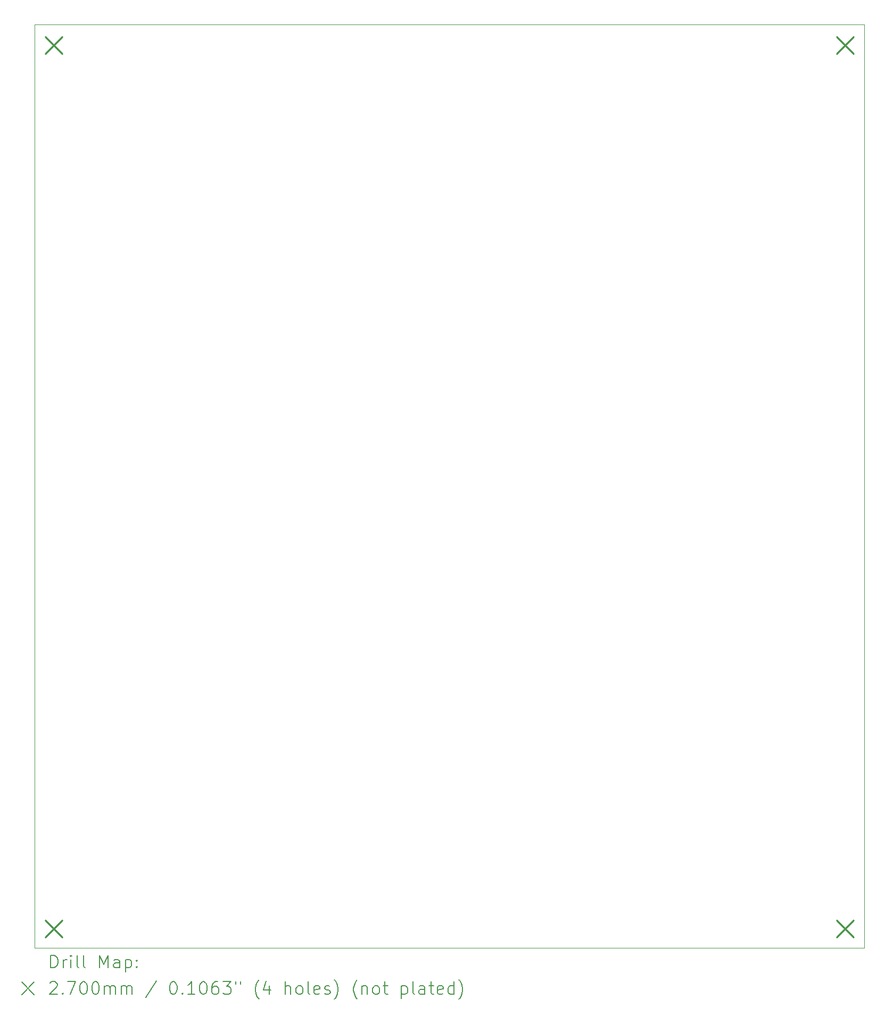
<source format=gbr>
%TF.GenerationSoftware,KiCad,Pcbnew,9.0.2*%
%TF.CreationDate,2025-06-02T11:58:07-04:00*%
%TF.ProjectId,Capstone_Interfacing_PCB,43617073-746f-46e6-955f-496e74657266,v0*%
%TF.SameCoordinates,Original*%
%TF.FileFunction,Drillmap*%
%TF.FilePolarity,Positive*%
%FSLAX45Y45*%
G04 Gerber Fmt 4.5, Leading zero omitted, Abs format (unit mm)*
G04 Created by KiCad (PCBNEW 9.0.2) date 2025-06-02 11:58:07*
%MOMM*%
%LPD*%
G01*
G04 APERTURE LIST*
%ADD10C,0.050000*%
%ADD11C,0.200000*%
%ADD12C,0.270000*%
G04 APERTURE END LIST*
D10*
X2800000Y-1304000D02*
X16000000Y-1304000D01*
X16000000Y-15994000D01*
X2800000Y-15994000D01*
X2800000Y-1304000D01*
D11*
D12*
X2970000Y-1495000D02*
X3240000Y-1765000D01*
X3240000Y-1495000D02*
X2970000Y-1765000D01*
X2970000Y-15550000D02*
X3240000Y-15820000D01*
X3240000Y-15550000D02*
X2970000Y-15820000D01*
X15560000Y-1495000D02*
X15830000Y-1765000D01*
X15830000Y-1495000D02*
X15560000Y-1765000D01*
X15560000Y-15550000D02*
X15830000Y-15820000D01*
X15830000Y-15550000D02*
X15560000Y-15820000D01*
D11*
X3058277Y-16307984D02*
X3058277Y-16107984D01*
X3058277Y-16107984D02*
X3105896Y-16107984D01*
X3105896Y-16107984D02*
X3134467Y-16117508D01*
X3134467Y-16117508D02*
X3153515Y-16136555D01*
X3153515Y-16136555D02*
X3163039Y-16155603D01*
X3163039Y-16155603D02*
X3172562Y-16193698D01*
X3172562Y-16193698D02*
X3172562Y-16222269D01*
X3172562Y-16222269D02*
X3163039Y-16260365D01*
X3163039Y-16260365D02*
X3153515Y-16279412D01*
X3153515Y-16279412D02*
X3134467Y-16298460D01*
X3134467Y-16298460D02*
X3105896Y-16307984D01*
X3105896Y-16307984D02*
X3058277Y-16307984D01*
X3258277Y-16307984D02*
X3258277Y-16174650D01*
X3258277Y-16212746D02*
X3267801Y-16193698D01*
X3267801Y-16193698D02*
X3277324Y-16184174D01*
X3277324Y-16184174D02*
X3296372Y-16174650D01*
X3296372Y-16174650D02*
X3315420Y-16174650D01*
X3382086Y-16307984D02*
X3382086Y-16174650D01*
X3382086Y-16107984D02*
X3372562Y-16117508D01*
X3372562Y-16117508D02*
X3382086Y-16127031D01*
X3382086Y-16127031D02*
X3391610Y-16117508D01*
X3391610Y-16117508D02*
X3382086Y-16107984D01*
X3382086Y-16107984D02*
X3382086Y-16127031D01*
X3505896Y-16307984D02*
X3486848Y-16298460D01*
X3486848Y-16298460D02*
X3477324Y-16279412D01*
X3477324Y-16279412D02*
X3477324Y-16107984D01*
X3610658Y-16307984D02*
X3591610Y-16298460D01*
X3591610Y-16298460D02*
X3582086Y-16279412D01*
X3582086Y-16279412D02*
X3582086Y-16107984D01*
X3839229Y-16307984D02*
X3839229Y-16107984D01*
X3839229Y-16107984D02*
X3905896Y-16250841D01*
X3905896Y-16250841D02*
X3972562Y-16107984D01*
X3972562Y-16107984D02*
X3972562Y-16307984D01*
X4153515Y-16307984D02*
X4153515Y-16203222D01*
X4153515Y-16203222D02*
X4143991Y-16184174D01*
X4143991Y-16184174D02*
X4124943Y-16174650D01*
X4124943Y-16174650D02*
X4086848Y-16174650D01*
X4086848Y-16174650D02*
X4067801Y-16184174D01*
X4153515Y-16298460D02*
X4134467Y-16307984D01*
X4134467Y-16307984D02*
X4086848Y-16307984D01*
X4086848Y-16307984D02*
X4067801Y-16298460D01*
X4067801Y-16298460D02*
X4058277Y-16279412D01*
X4058277Y-16279412D02*
X4058277Y-16260365D01*
X4058277Y-16260365D02*
X4067801Y-16241317D01*
X4067801Y-16241317D02*
X4086848Y-16231793D01*
X4086848Y-16231793D02*
X4134467Y-16231793D01*
X4134467Y-16231793D02*
X4153515Y-16222269D01*
X4248753Y-16174650D02*
X4248753Y-16374650D01*
X4248753Y-16184174D02*
X4267801Y-16174650D01*
X4267801Y-16174650D02*
X4305896Y-16174650D01*
X4305896Y-16174650D02*
X4324944Y-16184174D01*
X4324944Y-16184174D02*
X4334467Y-16193698D01*
X4334467Y-16193698D02*
X4343991Y-16212746D01*
X4343991Y-16212746D02*
X4343991Y-16269888D01*
X4343991Y-16269888D02*
X4334467Y-16288936D01*
X4334467Y-16288936D02*
X4324944Y-16298460D01*
X4324944Y-16298460D02*
X4305896Y-16307984D01*
X4305896Y-16307984D02*
X4267801Y-16307984D01*
X4267801Y-16307984D02*
X4248753Y-16298460D01*
X4429705Y-16288936D02*
X4439229Y-16298460D01*
X4439229Y-16298460D02*
X4429705Y-16307984D01*
X4429705Y-16307984D02*
X4420182Y-16298460D01*
X4420182Y-16298460D02*
X4429705Y-16288936D01*
X4429705Y-16288936D02*
X4429705Y-16307984D01*
X4429705Y-16184174D02*
X4439229Y-16193698D01*
X4439229Y-16193698D02*
X4429705Y-16203222D01*
X4429705Y-16203222D02*
X4420182Y-16193698D01*
X4420182Y-16193698D02*
X4429705Y-16184174D01*
X4429705Y-16184174D02*
X4429705Y-16203222D01*
X2597500Y-16536500D02*
X2797500Y-16736500D01*
X2797500Y-16536500D02*
X2597500Y-16736500D01*
X3048753Y-16547031D02*
X3058277Y-16537508D01*
X3058277Y-16537508D02*
X3077324Y-16527984D01*
X3077324Y-16527984D02*
X3124943Y-16527984D01*
X3124943Y-16527984D02*
X3143991Y-16537508D01*
X3143991Y-16537508D02*
X3153515Y-16547031D01*
X3153515Y-16547031D02*
X3163039Y-16566079D01*
X3163039Y-16566079D02*
X3163039Y-16585127D01*
X3163039Y-16585127D02*
X3153515Y-16613698D01*
X3153515Y-16613698D02*
X3039229Y-16727984D01*
X3039229Y-16727984D02*
X3163039Y-16727984D01*
X3248753Y-16708936D02*
X3258277Y-16718460D01*
X3258277Y-16718460D02*
X3248753Y-16727984D01*
X3248753Y-16727984D02*
X3239229Y-16718460D01*
X3239229Y-16718460D02*
X3248753Y-16708936D01*
X3248753Y-16708936D02*
X3248753Y-16727984D01*
X3324943Y-16527984D02*
X3458277Y-16527984D01*
X3458277Y-16527984D02*
X3372562Y-16727984D01*
X3572562Y-16527984D02*
X3591610Y-16527984D01*
X3591610Y-16527984D02*
X3610658Y-16537508D01*
X3610658Y-16537508D02*
X3620182Y-16547031D01*
X3620182Y-16547031D02*
X3629705Y-16566079D01*
X3629705Y-16566079D02*
X3639229Y-16604174D01*
X3639229Y-16604174D02*
X3639229Y-16651793D01*
X3639229Y-16651793D02*
X3629705Y-16689888D01*
X3629705Y-16689888D02*
X3620182Y-16708936D01*
X3620182Y-16708936D02*
X3610658Y-16718460D01*
X3610658Y-16718460D02*
X3591610Y-16727984D01*
X3591610Y-16727984D02*
X3572562Y-16727984D01*
X3572562Y-16727984D02*
X3553515Y-16718460D01*
X3553515Y-16718460D02*
X3543991Y-16708936D01*
X3543991Y-16708936D02*
X3534467Y-16689888D01*
X3534467Y-16689888D02*
X3524943Y-16651793D01*
X3524943Y-16651793D02*
X3524943Y-16604174D01*
X3524943Y-16604174D02*
X3534467Y-16566079D01*
X3534467Y-16566079D02*
X3543991Y-16547031D01*
X3543991Y-16547031D02*
X3553515Y-16537508D01*
X3553515Y-16537508D02*
X3572562Y-16527984D01*
X3763039Y-16527984D02*
X3782086Y-16527984D01*
X3782086Y-16527984D02*
X3801134Y-16537508D01*
X3801134Y-16537508D02*
X3810658Y-16547031D01*
X3810658Y-16547031D02*
X3820182Y-16566079D01*
X3820182Y-16566079D02*
X3829705Y-16604174D01*
X3829705Y-16604174D02*
X3829705Y-16651793D01*
X3829705Y-16651793D02*
X3820182Y-16689888D01*
X3820182Y-16689888D02*
X3810658Y-16708936D01*
X3810658Y-16708936D02*
X3801134Y-16718460D01*
X3801134Y-16718460D02*
X3782086Y-16727984D01*
X3782086Y-16727984D02*
X3763039Y-16727984D01*
X3763039Y-16727984D02*
X3743991Y-16718460D01*
X3743991Y-16718460D02*
X3734467Y-16708936D01*
X3734467Y-16708936D02*
X3724943Y-16689888D01*
X3724943Y-16689888D02*
X3715420Y-16651793D01*
X3715420Y-16651793D02*
X3715420Y-16604174D01*
X3715420Y-16604174D02*
X3724943Y-16566079D01*
X3724943Y-16566079D02*
X3734467Y-16547031D01*
X3734467Y-16547031D02*
X3743991Y-16537508D01*
X3743991Y-16537508D02*
X3763039Y-16527984D01*
X3915420Y-16727984D02*
X3915420Y-16594650D01*
X3915420Y-16613698D02*
X3924943Y-16604174D01*
X3924943Y-16604174D02*
X3943991Y-16594650D01*
X3943991Y-16594650D02*
X3972563Y-16594650D01*
X3972563Y-16594650D02*
X3991610Y-16604174D01*
X3991610Y-16604174D02*
X4001134Y-16623222D01*
X4001134Y-16623222D02*
X4001134Y-16727984D01*
X4001134Y-16623222D02*
X4010658Y-16604174D01*
X4010658Y-16604174D02*
X4029705Y-16594650D01*
X4029705Y-16594650D02*
X4058277Y-16594650D01*
X4058277Y-16594650D02*
X4077324Y-16604174D01*
X4077324Y-16604174D02*
X4086848Y-16623222D01*
X4086848Y-16623222D02*
X4086848Y-16727984D01*
X4182086Y-16727984D02*
X4182086Y-16594650D01*
X4182086Y-16613698D02*
X4191610Y-16604174D01*
X4191610Y-16604174D02*
X4210658Y-16594650D01*
X4210658Y-16594650D02*
X4239229Y-16594650D01*
X4239229Y-16594650D02*
X4258277Y-16604174D01*
X4258277Y-16604174D02*
X4267801Y-16623222D01*
X4267801Y-16623222D02*
X4267801Y-16727984D01*
X4267801Y-16623222D02*
X4277325Y-16604174D01*
X4277325Y-16604174D02*
X4296372Y-16594650D01*
X4296372Y-16594650D02*
X4324944Y-16594650D01*
X4324944Y-16594650D02*
X4343991Y-16604174D01*
X4343991Y-16604174D02*
X4353515Y-16623222D01*
X4353515Y-16623222D02*
X4353515Y-16727984D01*
X4743991Y-16518460D02*
X4572563Y-16775603D01*
X5001134Y-16527984D02*
X5020182Y-16527984D01*
X5020182Y-16527984D02*
X5039229Y-16537508D01*
X5039229Y-16537508D02*
X5048753Y-16547031D01*
X5048753Y-16547031D02*
X5058277Y-16566079D01*
X5058277Y-16566079D02*
X5067801Y-16604174D01*
X5067801Y-16604174D02*
X5067801Y-16651793D01*
X5067801Y-16651793D02*
X5058277Y-16689888D01*
X5058277Y-16689888D02*
X5048753Y-16708936D01*
X5048753Y-16708936D02*
X5039229Y-16718460D01*
X5039229Y-16718460D02*
X5020182Y-16727984D01*
X5020182Y-16727984D02*
X5001134Y-16727984D01*
X5001134Y-16727984D02*
X4982087Y-16718460D01*
X4982087Y-16718460D02*
X4972563Y-16708936D01*
X4972563Y-16708936D02*
X4963039Y-16689888D01*
X4963039Y-16689888D02*
X4953515Y-16651793D01*
X4953515Y-16651793D02*
X4953515Y-16604174D01*
X4953515Y-16604174D02*
X4963039Y-16566079D01*
X4963039Y-16566079D02*
X4972563Y-16547031D01*
X4972563Y-16547031D02*
X4982087Y-16537508D01*
X4982087Y-16537508D02*
X5001134Y-16527984D01*
X5153515Y-16708936D02*
X5163039Y-16718460D01*
X5163039Y-16718460D02*
X5153515Y-16727984D01*
X5153515Y-16727984D02*
X5143991Y-16718460D01*
X5143991Y-16718460D02*
X5153515Y-16708936D01*
X5153515Y-16708936D02*
X5153515Y-16727984D01*
X5353515Y-16727984D02*
X5239229Y-16727984D01*
X5296372Y-16727984D02*
X5296372Y-16527984D01*
X5296372Y-16527984D02*
X5277325Y-16556555D01*
X5277325Y-16556555D02*
X5258277Y-16575603D01*
X5258277Y-16575603D02*
X5239229Y-16585127D01*
X5477325Y-16527984D02*
X5496372Y-16527984D01*
X5496372Y-16527984D02*
X5515420Y-16537508D01*
X5515420Y-16537508D02*
X5524944Y-16547031D01*
X5524944Y-16547031D02*
X5534468Y-16566079D01*
X5534468Y-16566079D02*
X5543991Y-16604174D01*
X5543991Y-16604174D02*
X5543991Y-16651793D01*
X5543991Y-16651793D02*
X5534468Y-16689888D01*
X5534468Y-16689888D02*
X5524944Y-16708936D01*
X5524944Y-16708936D02*
X5515420Y-16718460D01*
X5515420Y-16718460D02*
X5496372Y-16727984D01*
X5496372Y-16727984D02*
X5477325Y-16727984D01*
X5477325Y-16727984D02*
X5458277Y-16718460D01*
X5458277Y-16718460D02*
X5448753Y-16708936D01*
X5448753Y-16708936D02*
X5439229Y-16689888D01*
X5439229Y-16689888D02*
X5429706Y-16651793D01*
X5429706Y-16651793D02*
X5429706Y-16604174D01*
X5429706Y-16604174D02*
X5439229Y-16566079D01*
X5439229Y-16566079D02*
X5448753Y-16547031D01*
X5448753Y-16547031D02*
X5458277Y-16537508D01*
X5458277Y-16537508D02*
X5477325Y-16527984D01*
X5715420Y-16527984D02*
X5677325Y-16527984D01*
X5677325Y-16527984D02*
X5658277Y-16537508D01*
X5658277Y-16537508D02*
X5648753Y-16547031D01*
X5648753Y-16547031D02*
X5629706Y-16575603D01*
X5629706Y-16575603D02*
X5620182Y-16613698D01*
X5620182Y-16613698D02*
X5620182Y-16689888D01*
X5620182Y-16689888D02*
X5629706Y-16708936D01*
X5629706Y-16708936D02*
X5639229Y-16718460D01*
X5639229Y-16718460D02*
X5658277Y-16727984D01*
X5658277Y-16727984D02*
X5696372Y-16727984D01*
X5696372Y-16727984D02*
X5715420Y-16718460D01*
X5715420Y-16718460D02*
X5724944Y-16708936D01*
X5724944Y-16708936D02*
X5734467Y-16689888D01*
X5734467Y-16689888D02*
X5734467Y-16642269D01*
X5734467Y-16642269D02*
X5724944Y-16623222D01*
X5724944Y-16623222D02*
X5715420Y-16613698D01*
X5715420Y-16613698D02*
X5696372Y-16604174D01*
X5696372Y-16604174D02*
X5658277Y-16604174D01*
X5658277Y-16604174D02*
X5639229Y-16613698D01*
X5639229Y-16613698D02*
X5629706Y-16623222D01*
X5629706Y-16623222D02*
X5620182Y-16642269D01*
X5801134Y-16527984D02*
X5924944Y-16527984D01*
X5924944Y-16527984D02*
X5858277Y-16604174D01*
X5858277Y-16604174D02*
X5886848Y-16604174D01*
X5886848Y-16604174D02*
X5905896Y-16613698D01*
X5905896Y-16613698D02*
X5915420Y-16623222D01*
X5915420Y-16623222D02*
X5924944Y-16642269D01*
X5924944Y-16642269D02*
X5924944Y-16689888D01*
X5924944Y-16689888D02*
X5915420Y-16708936D01*
X5915420Y-16708936D02*
X5905896Y-16718460D01*
X5905896Y-16718460D02*
X5886848Y-16727984D01*
X5886848Y-16727984D02*
X5829706Y-16727984D01*
X5829706Y-16727984D02*
X5810658Y-16718460D01*
X5810658Y-16718460D02*
X5801134Y-16708936D01*
X6001134Y-16527984D02*
X6001134Y-16566079D01*
X6077325Y-16527984D02*
X6077325Y-16566079D01*
X6372563Y-16804174D02*
X6363039Y-16794650D01*
X6363039Y-16794650D02*
X6343991Y-16766079D01*
X6343991Y-16766079D02*
X6334468Y-16747031D01*
X6334468Y-16747031D02*
X6324944Y-16718460D01*
X6324944Y-16718460D02*
X6315420Y-16670841D01*
X6315420Y-16670841D02*
X6315420Y-16632746D01*
X6315420Y-16632746D02*
X6324944Y-16585127D01*
X6324944Y-16585127D02*
X6334468Y-16556555D01*
X6334468Y-16556555D02*
X6343991Y-16537508D01*
X6343991Y-16537508D02*
X6363039Y-16508936D01*
X6363039Y-16508936D02*
X6372563Y-16499412D01*
X6534468Y-16594650D02*
X6534468Y-16727984D01*
X6486848Y-16518460D02*
X6439229Y-16661317D01*
X6439229Y-16661317D02*
X6563039Y-16661317D01*
X6791610Y-16727984D02*
X6791610Y-16527984D01*
X6877325Y-16727984D02*
X6877325Y-16623222D01*
X6877325Y-16623222D02*
X6867801Y-16604174D01*
X6867801Y-16604174D02*
X6848753Y-16594650D01*
X6848753Y-16594650D02*
X6820182Y-16594650D01*
X6820182Y-16594650D02*
X6801134Y-16604174D01*
X6801134Y-16604174D02*
X6791610Y-16613698D01*
X7001134Y-16727984D02*
X6982087Y-16718460D01*
X6982087Y-16718460D02*
X6972563Y-16708936D01*
X6972563Y-16708936D02*
X6963039Y-16689888D01*
X6963039Y-16689888D02*
X6963039Y-16632746D01*
X6963039Y-16632746D02*
X6972563Y-16613698D01*
X6972563Y-16613698D02*
X6982087Y-16604174D01*
X6982087Y-16604174D02*
X7001134Y-16594650D01*
X7001134Y-16594650D02*
X7029706Y-16594650D01*
X7029706Y-16594650D02*
X7048753Y-16604174D01*
X7048753Y-16604174D02*
X7058277Y-16613698D01*
X7058277Y-16613698D02*
X7067801Y-16632746D01*
X7067801Y-16632746D02*
X7067801Y-16689888D01*
X7067801Y-16689888D02*
X7058277Y-16708936D01*
X7058277Y-16708936D02*
X7048753Y-16718460D01*
X7048753Y-16718460D02*
X7029706Y-16727984D01*
X7029706Y-16727984D02*
X7001134Y-16727984D01*
X7182087Y-16727984D02*
X7163039Y-16718460D01*
X7163039Y-16718460D02*
X7153515Y-16699412D01*
X7153515Y-16699412D02*
X7153515Y-16527984D01*
X7334468Y-16718460D02*
X7315420Y-16727984D01*
X7315420Y-16727984D02*
X7277325Y-16727984D01*
X7277325Y-16727984D02*
X7258277Y-16718460D01*
X7258277Y-16718460D02*
X7248753Y-16699412D01*
X7248753Y-16699412D02*
X7248753Y-16623222D01*
X7248753Y-16623222D02*
X7258277Y-16604174D01*
X7258277Y-16604174D02*
X7277325Y-16594650D01*
X7277325Y-16594650D02*
X7315420Y-16594650D01*
X7315420Y-16594650D02*
X7334468Y-16604174D01*
X7334468Y-16604174D02*
X7343991Y-16623222D01*
X7343991Y-16623222D02*
X7343991Y-16642269D01*
X7343991Y-16642269D02*
X7248753Y-16661317D01*
X7420182Y-16718460D02*
X7439230Y-16727984D01*
X7439230Y-16727984D02*
X7477325Y-16727984D01*
X7477325Y-16727984D02*
X7496372Y-16718460D01*
X7496372Y-16718460D02*
X7505896Y-16699412D01*
X7505896Y-16699412D02*
X7505896Y-16689888D01*
X7505896Y-16689888D02*
X7496372Y-16670841D01*
X7496372Y-16670841D02*
X7477325Y-16661317D01*
X7477325Y-16661317D02*
X7448753Y-16661317D01*
X7448753Y-16661317D02*
X7429706Y-16651793D01*
X7429706Y-16651793D02*
X7420182Y-16632746D01*
X7420182Y-16632746D02*
X7420182Y-16623222D01*
X7420182Y-16623222D02*
X7429706Y-16604174D01*
X7429706Y-16604174D02*
X7448753Y-16594650D01*
X7448753Y-16594650D02*
X7477325Y-16594650D01*
X7477325Y-16594650D02*
X7496372Y-16604174D01*
X7572563Y-16804174D02*
X7582087Y-16794650D01*
X7582087Y-16794650D02*
X7601134Y-16766079D01*
X7601134Y-16766079D02*
X7610658Y-16747031D01*
X7610658Y-16747031D02*
X7620182Y-16718460D01*
X7620182Y-16718460D02*
X7629706Y-16670841D01*
X7629706Y-16670841D02*
X7629706Y-16632746D01*
X7629706Y-16632746D02*
X7620182Y-16585127D01*
X7620182Y-16585127D02*
X7610658Y-16556555D01*
X7610658Y-16556555D02*
X7601134Y-16537508D01*
X7601134Y-16537508D02*
X7582087Y-16508936D01*
X7582087Y-16508936D02*
X7572563Y-16499412D01*
X7934468Y-16804174D02*
X7924944Y-16794650D01*
X7924944Y-16794650D02*
X7905896Y-16766079D01*
X7905896Y-16766079D02*
X7896372Y-16747031D01*
X7896372Y-16747031D02*
X7886849Y-16718460D01*
X7886849Y-16718460D02*
X7877325Y-16670841D01*
X7877325Y-16670841D02*
X7877325Y-16632746D01*
X7877325Y-16632746D02*
X7886849Y-16585127D01*
X7886849Y-16585127D02*
X7896372Y-16556555D01*
X7896372Y-16556555D02*
X7905896Y-16537508D01*
X7905896Y-16537508D02*
X7924944Y-16508936D01*
X7924944Y-16508936D02*
X7934468Y-16499412D01*
X8010658Y-16594650D02*
X8010658Y-16727984D01*
X8010658Y-16613698D02*
X8020182Y-16604174D01*
X8020182Y-16604174D02*
X8039230Y-16594650D01*
X8039230Y-16594650D02*
X8067801Y-16594650D01*
X8067801Y-16594650D02*
X8086849Y-16604174D01*
X8086849Y-16604174D02*
X8096372Y-16623222D01*
X8096372Y-16623222D02*
X8096372Y-16727984D01*
X8220182Y-16727984D02*
X8201134Y-16718460D01*
X8201134Y-16718460D02*
X8191611Y-16708936D01*
X8191611Y-16708936D02*
X8182087Y-16689888D01*
X8182087Y-16689888D02*
X8182087Y-16632746D01*
X8182087Y-16632746D02*
X8191611Y-16613698D01*
X8191611Y-16613698D02*
X8201134Y-16604174D01*
X8201134Y-16604174D02*
X8220182Y-16594650D01*
X8220182Y-16594650D02*
X8248753Y-16594650D01*
X8248753Y-16594650D02*
X8267801Y-16604174D01*
X8267801Y-16604174D02*
X8277325Y-16613698D01*
X8277325Y-16613698D02*
X8286849Y-16632746D01*
X8286849Y-16632746D02*
X8286849Y-16689888D01*
X8286849Y-16689888D02*
X8277325Y-16708936D01*
X8277325Y-16708936D02*
X8267801Y-16718460D01*
X8267801Y-16718460D02*
X8248753Y-16727984D01*
X8248753Y-16727984D02*
X8220182Y-16727984D01*
X8343992Y-16594650D02*
X8420182Y-16594650D01*
X8372563Y-16527984D02*
X8372563Y-16699412D01*
X8372563Y-16699412D02*
X8382087Y-16718460D01*
X8382087Y-16718460D02*
X8401134Y-16727984D01*
X8401134Y-16727984D02*
X8420182Y-16727984D01*
X8639230Y-16594650D02*
X8639230Y-16794650D01*
X8639230Y-16604174D02*
X8658277Y-16594650D01*
X8658277Y-16594650D02*
X8696373Y-16594650D01*
X8696373Y-16594650D02*
X8715420Y-16604174D01*
X8715420Y-16604174D02*
X8724944Y-16613698D01*
X8724944Y-16613698D02*
X8734468Y-16632746D01*
X8734468Y-16632746D02*
X8734468Y-16689888D01*
X8734468Y-16689888D02*
X8724944Y-16708936D01*
X8724944Y-16708936D02*
X8715420Y-16718460D01*
X8715420Y-16718460D02*
X8696373Y-16727984D01*
X8696373Y-16727984D02*
X8658277Y-16727984D01*
X8658277Y-16727984D02*
X8639230Y-16718460D01*
X8848754Y-16727984D02*
X8829706Y-16718460D01*
X8829706Y-16718460D02*
X8820182Y-16699412D01*
X8820182Y-16699412D02*
X8820182Y-16527984D01*
X9010658Y-16727984D02*
X9010658Y-16623222D01*
X9010658Y-16623222D02*
X9001135Y-16604174D01*
X9001135Y-16604174D02*
X8982087Y-16594650D01*
X8982087Y-16594650D02*
X8943992Y-16594650D01*
X8943992Y-16594650D02*
X8924944Y-16604174D01*
X9010658Y-16718460D02*
X8991611Y-16727984D01*
X8991611Y-16727984D02*
X8943992Y-16727984D01*
X8943992Y-16727984D02*
X8924944Y-16718460D01*
X8924944Y-16718460D02*
X8915420Y-16699412D01*
X8915420Y-16699412D02*
X8915420Y-16680365D01*
X8915420Y-16680365D02*
X8924944Y-16661317D01*
X8924944Y-16661317D02*
X8943992Y-16651793D01*
X8943992Y-16651793D02*
X8991611Y-16651793D01*
X8991611Y-16651793D02*
X9010658Y-16642269D01*
X9077325Y-16594650D02*
X9153515Y-16594650D01*
X9105896Y-16527984D02*
X9105896Y-16699412D01*
X9105896Y-16699412D02*
X9115420Y-16718460D01*
X9115420Y-16718460D02*
X9134468Y-16727984D01*
X9134468Y-16727984D02*
X9153515Y-16727984D01*
X9296373Y-16718460D02*
X9277325Y-16727984D01*
X9277325Y-16727984D02*
X9239230Y-16727984D01*
X9239230Y-16727984D02*
X9220182Y-16718460D01*
X9220182Y-16718460D02*
X9210658Y-16699412D01*
X9210658Y-16699412D02*
X9210658Y-16623222D01*
X9210658Y-16623222D02*
X9220182Y-16604174D01*
X9220182Y-16604174D02*
X9239230Y-16594650D01*
X9239230Y-16594650D02*
X9277325Y-16594650D01*
X9277325Y-16594650D02*
X9296373Y-16604174D01*
X9296373Y-16604174D02*
X9305896Y-16623222D01*
X9305896Y-16623222D02*
X9305896Y-16642269D01*
X9305896Y-16642269D02*
X9210658Y-16661317D01*
X9477325Y-16727984D02*
X9477325Y-16527984D01*
X9477325Y-16718460D02*
X9458277Y-16727984D01*
X9458277Y-16727984D02*
X9420182Y-16727984D01*
X9420182Y-16727984D02*
X9401135Y-16718460D01*
X9401135Y-16718460D02*
X9391611Y-16708936D01*
X9391611Y-16708936D02*
X9382087Y-16689888D01*
X9382087Y-16689888D02*
X9382087Y-16632746D01*
X9382087Y-16632746D02*
X9391611Y-16613698D01*
X9391611Y-16613698D02*
X9401135Y-16604174D01*
X9401135Y-16604174D02*
X9420182Y-16594650D01*
X9420182Y-16594650D02*
X9458277Y-16594650D01*
X9458277Y-16594650D02*
X9477325Y-16604174D01*
X9553516Y-16804174D02*
X9563039Y-16794650D01*
X9563039Y-16794650D02*
X9582087Y-16766079D01*
X9582087Y-16766079D02*
X9591611Y-16747031D01*
X9591611Y-16747031D02*
X9601135Y-16718460D01*
X9601135Y-16718460D02*
X9610658Y-16670841D01*
X9610658Y-16670841D02*
X9610658Y-16632746D01*
X9610658Y-16632746D02*
X9601135Y-16585127D01*
X9601135Y-16585127D02*
X9591611Y-16556555D01*
X9591611Y-16556555D02*
X9582087Y-16537508D01*
X9582087Y-16537508D02*
X9563039Y-16508936D01*
X9563039Y-16508936D02*
X9553516Y-16499412D01*
M02*

</source>
